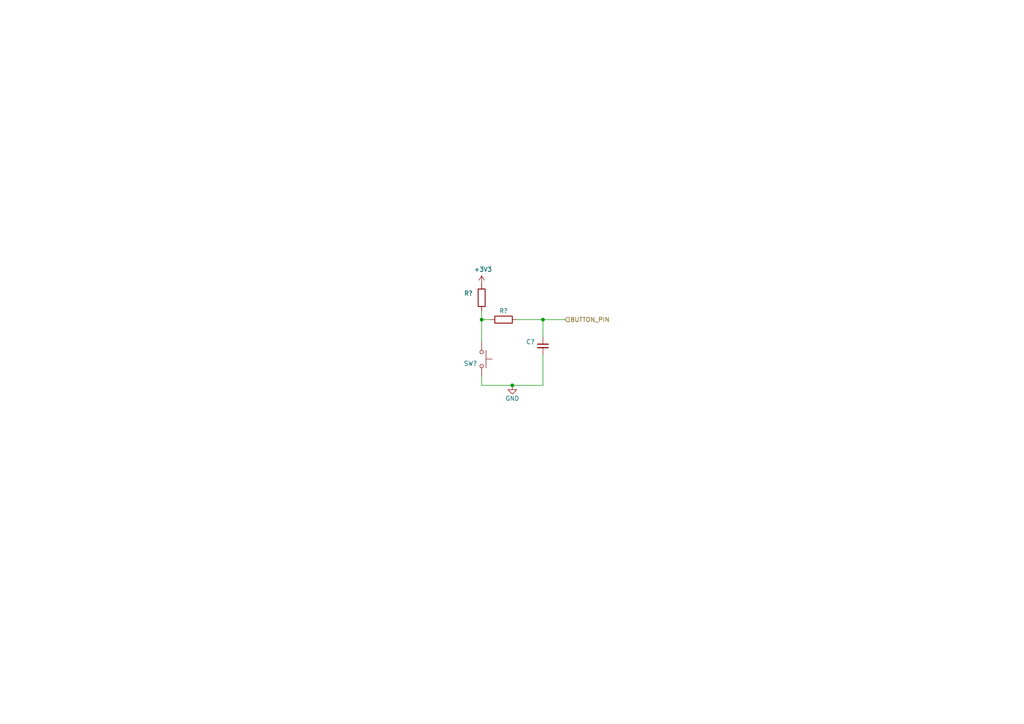
<source format=kicad_sch>
(kicad_sch (version 20211123) (generator eeschema)
  (paper "A4")
  (title_block (title "KLST_SHEEP") (date "2021-05-01") (rev "0.2"))
  (lib_symbols
    (symbol "Device:C_Small" (pin_numbers hide) (pin_names (offset 0.254) hide)
      (property "Reference" "C" (at 0.254 1.778 0))
      (property "Value" "C_Small" (at 0.254 -2.032 0))
      (symbol "C_Small_0_1"
        (polyline (pts (xy -1.524 -0.508) (xy 1.524 -0.508)) (stroke (width 0.3302)))
        (polyline (pts (xy -1.524 0.508) (xy 1.524 0.508)) (stroke (width 0.3048)))
      )
      (symbol "C_Small_1_1"
        (pin passive line (at 0 2.54 270) (length 2.032) (name "~") (number "1"))
        (pin passive line (at 0 -2.54 90) (length 2.032) (name "~") (number "2"))
      )
    )
    (symbol "Device:R" (pin_numbers hide) (pin_names (offset 0))
      (property "Reference" "R" (at 2.032 0 90))
      (property "Value" "R" (at 0 0 90))
      (symbol "R_0_1"
        (rectangle (start -1.016 -2.54) (end 1.016 2.54) (stroke (width 0.254)))
      )
      (symbol "R_1_1"
        (pin passive line (at 0 3.81 270) (length 1.27) (name "~") (number "1"))
        (pin passive line (at 0 -3.81 90) (length 1.27) (name "~") (number "2"))
      )
    )
    (symbol "Switch:SW_Push" (pin_numbers hide) (pin_names (offset 1.016) hide)
      (property "Reference" "SW" (at 1.27 2.54 0))
      (property "Value" "SW_Push" (at 0 -1.524 0))
      (symbol "SW_Push_0_1"
        (circle (center -2.032 0) (radius 0.508))
        (polyline (pts (xy 0 1.27) (xy 0 3.048)))
        (polyline (pts (xy 2.54 1.27) (xy -2.54 1.27)))
        (circle (center 2.032 0) (radius 0.508))
        (pin passive line (at -5.08 0 0) (length 2.54) (name "1") (number "1"))
        (pin passive line (at 5.08 0 180) (length 2.54) (name "2") (number "2"))
      )
    )
    (symbol "power:+3V3" (power) (pin_names (offset 0))
      (property "Value" "+3V3" (at 0 3.556 0))
      (symbol "+3V3_0_1"
        (polyline (pts (xy -0.762 1.27) (xy 0 2.54)))
        (polyline (pts (xy 0 0) (xy 0 2.54)))
        (polyline (pts (xy 0 2.54) (xy 0.762 1.27)))
      )
      (symbol "+3V3_1_1"
        (pin power_in line (at 0 0 90) (length 0) hide (name "+3V3") (number "1"))
      )
    )
    (symbol "power:GND" (power) (pin_names (offset 0))
      (property "Value" "GND" (at 0 -3.81 0))
      (symbol "GND_0_1"
        (polyline (pts (xy 0 0) (xy 0 -1.27) (xy 1.27 -1.27) (xy 0 -2.54) (xy -1.27 -1.27) (xy 0 -1.27)))
      )
      (symbol "GND_1_1"
        (pin power_in line (at 0 0 270) (length 0) hide (name "GND") (number "1"))
      )
    )
  )
  (junction (at 157.48 92.71))
  (junction (at 148.59 111.76))
  (junction (at 139.7 92.71))
  (wire (pts (xy 157.48 102.87) (xy 157.48 111.76)))
  (wire (pts (xy 157.48 92.71) (xy 157.48 97.79)))
  (wire (pts (xy 149.86 92.71) (xy 157.48 92.71)))
  (wire (pts (xy 139.7 111.76) (xy 148.59 111.76)))
  (wire (pts (xy 142.24 92.71) (xy 139.7 92.71)))
  (wire (pts (xy 139.7 90.17) (xy 139.7 92.71)))
  (wire (pts (xy 148.59 111.76) (xy 157.48 111.76)))
  (wire (pts (xy 157.48 92.71) (xy 163.83 92.71)))
  (wire (pts (xy 139.7 111.76) (xy 139.7 109.22)))
  (wire (pts (xy 139.7 92.71) (xy 139.7 99.06)))
  (hierarchical_label "BUTTON_PIN" (shape input) (at 163.83 92.71 0))
  (symbol (lib_id "Switch:SW_Push") (at 139.7 104.14 270) (unit 1)
    (property "Reference" "SW?" (at 138.43 105.41 90) (effects (justify right)))
    (property "MFR.Part #" "SKRKAEE020" (effects hide))
    (property "Extended Part" "x" (effects hide))
    (property "JLCPCB Part #" "C115357" (effects hide))
  )
  (symbol (lib_id "power:GND") (at 148.59 111.76 0) (unit 1)
    (property "Reference" "#PWR?" (effects hide))
  )
  (symbol (lib_id "Device:R") (at 139.7 86.36 180) (unit 1)
    (property "Reference" "R?" (at 137.16 85.09 0) (effects (justify left)))
    (property "MFR.Part #" "0402WGF1002TCE" (effects hide))
    (property "Extended Part" "-" (effects hide))
    (property "JLCPCB Part #" "C25744" (effects hide))
  )
  (symbol (lib_id "Device:C_Small") (at 157.48 100.33 0) (mirror y) (unit 1)
    (property "Reference" "C?" (at 155.1432 99.1616 0) (effects (justify left)))
    (property "MFR.Part #" "CL05B104KO5NNNC" (effects hide))
    (property "Extended Part" "-" (effects hide))
    (property "JLCPCB Part #" "C1525" (effects hide))
  )
  (symbol (lib_id "Device:R") (at 146.05 92.71 270) (unit 1)
    (property "Reference" "R?" (at 146.05 90.17 90))
    (property "MFR.Part #" "0402WGF1001TCE" (effects hide))
    (property "Extended Part" "-" (effects hide))
    (property "JLCPCB Part #" "C11702" (effects hide))
  )
  (symbol (lib_id "power:+3V3") (at 139.7 82.55 0) (unit 1)
    (property "Reference" "#PWR?" (effects hide))
  )
)
</source>
